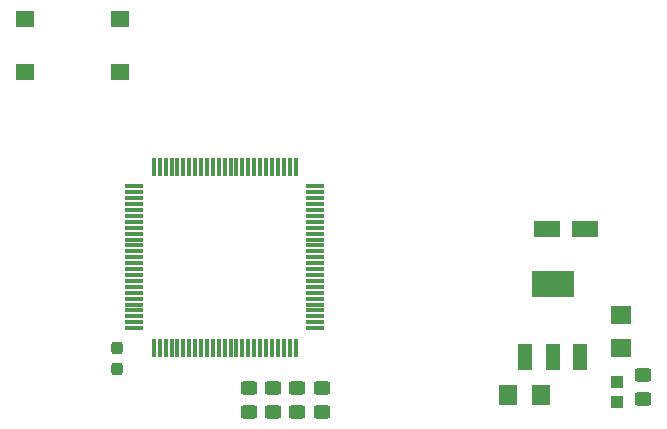
<source format=gbr>
%TF.GenerationSoftware,KiCad,Pcbnew,8.0.6*%
%TF.CreationDate,2024-12-24T11:34:53+00:00*%
%TF.ProjectId,RISKYMSXCart,5249534b-594d-4535-9843-6172742e6b69,rev?*%
%TF.SameCoordinates,Original*%
%TF.FileFunction,Paste,Top*%
%TF.FilePolarity,Positive*%
%FSLAX46Y46*%
G04 Gerber Fmt 4.6, Leading zero omitted, Abs format (unit mm)*
G04 Created by KiCad (PCBNEW 8.0.6) date 2024-12-24 11:34:53*
%MOMM*%
%LPD*%
G01*
G04 APERTURE LIST*
G04 Aperture macros list*
%AMRoundRect*
0 Rectangle with rounded corners*
0 $1 Rounding radius*
0 $2 $3 $4 $5 $6 $7 $8 $9 X,Y pos of 4 corners*
0 Add a 4 corners polygon primitive as box body*
4,1,4,$2,$3,$4,$5,$6,$7,$8,$9,$2,$3,0*
0 Add four circle primitives for the rounded corners*
1,1,$1+$1,$2,$3*
1,1,$1+$1,$4,$5*
1,1,$1+$1,$6,$7*
1,1,$1+$1,$8,$9*
0 Add four rect primitives between the rounded corners*
20,1,$1+$1,$2,$3,$4,$5,0*
20,1,$1+$1,$4,$5,$6,$7,0*
20,1,$1+$1,$6,$7,$8,$9,0*
20,1,$1+$1,$8,$9,$2,$3,0*%
G04 Aperture macros list end*
%ADD10R,1.600000X1.400000*%
%ADD11RoundRect,0.250000X-0.450000X0.325000X-0.450000X-0.325000X0.450000X-0.325000X0.450000X0.325000X0*%
%ADD12R,1.600000X1.800000*%
%ADD13R,1.800000X1.600000*%
%ADD14R,2.200000X1.400000*%
%ADD15R,1.100000X1.000000*%
%ADD16RoundRect,0.075000X0.075000X-0.725000X0.075000X0.725000X-0.075000X0.725000X-0.075000X-0.725000X0*%
%ADD17RoundRect,0.075000X0.725000X-0.075000X0.725000X0.075000X-0.725000X0.075000X-0.725000X-0.075000X0*%
%ADD18R,1.219000X2.235000*%
%ADD19R,3.600000X2.200000*%
%ADD20RoundRect,0.237500X-0.237500X0.300000X-0.237500X-0.300000X0.237500X-0.300000X0.237500X0.300000X0*%
G04 APERTURE END LIST*
D10*
%TO.C,SW1*%
X138125000Y-85675000D03*
X130125000Y-85675000D03*
X138125000Y-81175000D03*
X130125000Y-81175000D03*
%TD*%
D11*
%TO.C,PWR*%
X182450000Y-111325000D03*
X182450000Y-113375000D03*
%TD*%
%TO.C,D2*%
X151075000Y-112425000D03*
X151075000Y-114475000D03*
%TD*%
%TO.C,D3*%
X153125000Y-112425000D03*
X153125000Y-114475000D03*
%TD*%
D12*
%TO.C,C13*%
X173750000Y-113075000D03*
X170950000Y-113075000D03*
%TD*%
D13*
%TO.C,C1*%
X180555900Y-109047734D03*
X180555900Y-106247734D03*
%TD*%
D11*
%TO.C,D4*%
X155200000Y-112425000D03*
X155200000Y-114475000D03*
%TD*%
%TO.C,D1*%
X149025000Y-112425000D03*
X149025000Y-114475000D03*
%TD*%
D14*
%TO.C,C7*%
X177500000Y-99000000D03*
X174300000Y-99000000D03*
%TD*%
D15*
%TO.C,R3*%
X180200300Y-111953934D03*
X180200300Y-113653934D03*
%TD*%
D16*
%TO.C,U1*%
X141000000Y-109050000D03*
X141500000Y-109050000D03*
X142000000Y-109050000D03*
X142500000Y-109050000D03*
X143000000Y-109050000D03*
X143500000Y-109050000D03*
X144000000Y-109050000D03*
X144500000Y-109050000D03*
X145000000Y-109050000D03*
X145500000Y-109050000D03*
X146000000Y-109050000D03*
X146500000Y-109050000D03*
X147000000Y-109050000D03*
X147500000Y-109050000D03*
X148000000Y-109050000D03*
X148500000Y-109050000D03*
X149000000Y-109050000D03*
X149500000Y-109050000D03*
X150000000Y-109050000D03*
X150500000Y-109050000D03*
X151000000Y-109050000D03*
X151500000Y-109050000D03*
X152000000Y-109050000D03*
X152500000Y-109050000D03*
X153000000Y-109050000D03*
D17*
X154675000Y-107375000D03*
X154675000Y-106875000D03*
X154675000Y-106375000D03*
X154675000Y-105875000D03*
X154675000Y-105375000D03*
X154675000Y-104875000D03*
X154675000Y-104375000D03*
X154675000Y-103875000D03*
X154675000Y-103375000D03*
X154675000Y-102875000D03*
X154675000Y-102375000D03*
X154675000Y-101875000D03*
X154675000Y-101375000D03*
X154675000Y-100875000D03*
X154675000Y-100375000D03*
X154675000Y-99875000D03*
X154675000Y-99375000D03*
X154675000Y-98875000D03*
X154675000Y-98375000D03*
X154675000Y-97875000D03*
X154675000Y-97375000D03*
X154675000Y-96875000D03*
X154675000Y-96375000D03*
X154675000Y-95875000D03*
X154675000Y-95375000D03*
D16*
X153000000Y-93700000D03*
X152500000Y-93700000D03*
X152000000Y-93700000D03*
X151500000Y-93700000D03*
X151000000Y-93700000D03*
X150500000Y-93700000D03*
X150000000Y-93700000D03*
X149500000Y-93700000D03*
X149000000Y-93700000D03*
X148500000Y-93700000D03*
X148000000Y-93700000D03*
X147500000Y-93700000D03*
X147000000Y-93700000D03*
X146500000Y-93700000D03*
X146000000Y-93700000D03*
X145500000Y-93700000D03*
X145000000Y-93700000D03*
X144500000Y-93700000D03*
X144000000Y-93700000D03*
X143500000Y-93700000D03*
X143000000Y-93700000D03*
X142500000Y-93700000D03*
X142000000Y-93700000D03*
X141500000Y-93700000D03*
X141000000Y-93700000D03*
D17*
X139325000Y-95375000D03*
X139325000Y-95875000D03*
X139325000Y-96375000D03*
X139325000Y-96875000D03*
X139325000Y-97375000D03*
X139325000Y-97875000D03*
X139325000Y-98375000D03*
X139325000Y-98875000D03*
X139325000Y-99375000D03*
X139325000Y-99875000D03*
X139325000Y-100375000D03*
X139325000Y-100875000D03*
X139325000Y-101375000D03*
X139325000Y-101875000D03*
X139325000Y-102375000D03*
X139325000Y-102875000D03*
X139325000Y-103375000D03*
X139325000Y-103875000D03*
X139325000Y-104375000D03*
X139325000Y-104875000D03*
X139325000Y-105375000D03*
X139325000Y-105875000D03*
X139325000Y-106375000D03*
X139325000Y-106875000D03*
X139325000Y-107375000D03*
%TD*%
D18*
%TO.C,IC8*%
X172453700Y-109857734D03*
X174764700Y-109857734D03*
X177075700Y-109857734D03*
D19*
X174764700Y-103659734D03*
%TD*%
D20*
%TO.C,C10*%
X137850000Y-109087500D03*
X137850000Y-110812500D03*
%TD*%
M02*

</source>
